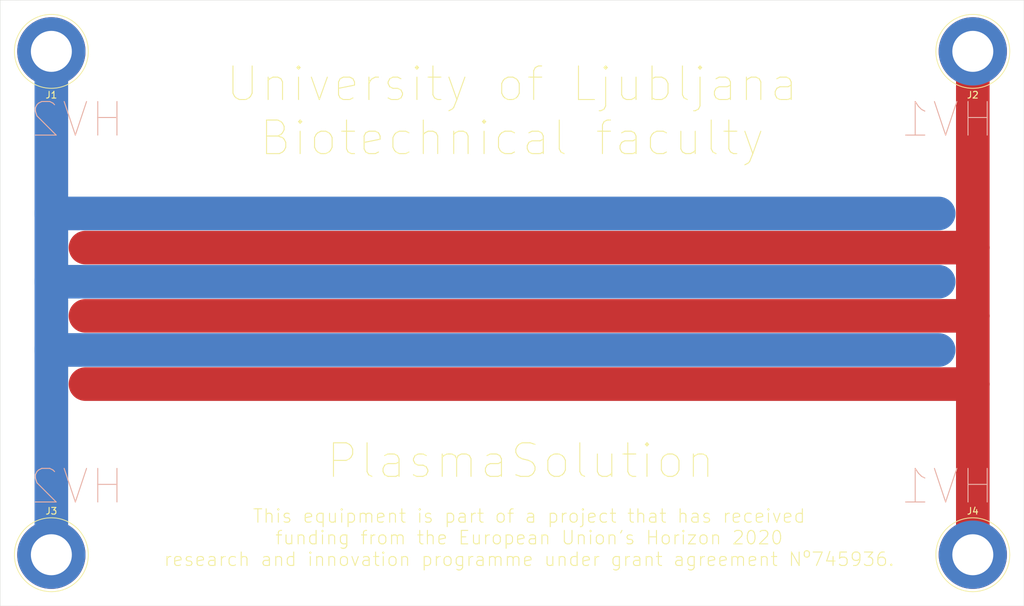
<source format=kicad_pcb>
(kicad_pcb (version 20171130) (host pcbnew "(5.1.2)-1")

  (general
    (thickness 1.6)
    (drawings 13)
    (tracks 14)
    (zones 0)
    (modules 4)
    (nets 3)
  )

  (page A4)
  (layers
    (0 F.Cu signal)
    (31 B.Cu signal)
    (32 B.Adhes user)
    (33 F.Adhes user)
    (34 B.Paste user)
    (35 F.Paste user)
    (36 B.SilkS user)
    (37 F.SilkS user)
    (38 B.Mask user)
    (39 F.Mask user)
    (40 Dwgs.User user)
    (41 Cmts.User user)
    (42 Eco1.User user)
    (43 Eco2.User user)
    (44 Edge.Cuts user)
    (45 Margin user)
    (46 B.CrtYd user)
    (47 F.CrtYd user)
    (48 B.Fab user)
    (49 F.Fab user)
  )

  (setup
    (last_trace_width 0.25)
    (trace_clearance 0.2)
    (zone_clearance 0.508)
    (zone_45_only no)
    (trace_min 0.2)
    (via_size 0.8)
    (via_drill 0.4)
    (via_min_size 0.4)
    (via_min_drill 0.3)
    (uvia_size 0.3)
    (uvia_drill 0.1)
    (uvias_allowed no)
    (uvia_min_size 0.2)
    (uvia_min_drill 0.1)
    (edge_width 0.05)
    (segment_width 0.2)
    (pcb_text_width 0.3)
    (pcb_text_size 1.5 1.5)
    (mod_edge_width 0.12)
    (mod_text_size 1 1)
    (mod_text_width 0.15)
    (pad_size 1.524 1.524)
    (pad_drill 0.762)
    (pad_to_mask_clearance 0.051)
    (solder_mask_min_width 0.25)
    (aux_axis_origin 0 0)
    (visible_elements 7FFFFFFF)
    (pcbplotparams
      (layerselection 0x010fc_ffffffff)
      (usegerberextensions false)
      (usegerberattributes false)
      (usegerberadvancedattributes false)
      (creategerberjobfile false)
      (excludeedgelayer true)
      (linewidth 0.100000)
      (plotframeref false)
      (viasonmask false)
      (mode 1)
      (useauxorigin false)
      (hpglpennumber 1)
      (hpglpenspeed 20)
      (hpglpendiameter 15.000000)
      (psnegative false)
      (psa4output false)
      (plotreference true)
      (plotvalue true)
      (plotinvisibletext false)
      (padsonsilk false)
      (subtractmaskfromsilk false)
      (outputformat 1)
      (mirror false)
      (drillshape 0)
      (scaleselection 1)
      (outputdirectory "GERBER/"))
  )

  (net 0 "")
  (net 1 "Net-(J1-Pad1)")
  (net 2 "Net-(J2-Pad1)")

  (net_class Default "Dies ist die voreingestellte Netzklasse."
    (clearance 0.2)
    (trace_width 0.25)
    (via_dia 0.8)
    (via_drill 0.4)
    (uvia_dia 0.3)
    (uvia_drill 0.1)
    (add_net "Net-(J1-Pad1)")
    (add_net "Net-(J2-Pad1)")
  )

  (module Connector:Banana_Jack_1Pin (layer F.Cu) (tedit 5A1AB217) (tstamp 5CD15AC7)
    (at 194.31 123.19)
    (descr "Single banana socket, footprint - 6mm drill")
    (tags "banana socket")
    (path /5CD21EED)
    (fp_text reference J4 (at 0 -6.5) (layer F.SilkS)
      (effects (font (size 1 1) (thickness 0.15)))
    )
    (fp_text value Conn_01x01 (at -0.25 6.5) (layer F.Fab)
      (effects (font (size 1 1) (thickness 0.15)))
    )
    (fp_circle (center 0 0) (end 5.5 0) (layer F.SilkS) (width 0.12))
    (fp_circle (center 0 0) (end 4.85 0.05) (layer F.Fab) (width 0.1))
    (fp_circle (center 0 0) (end 2 0) (layer F.Fab) (width 0.1))
    (fp_circle (center 0 0) (end 5.75 0) (layer F.CrtYd) (width 0.05))
    (fp_text user %R (at 0 0) (layer F.Fab)
      (effects (font (size 0.8 0.8) (thickness 0.12)))
    )
    (pad 1 thru_hole circle (at 0 0) (size 10.16 10.16) (drill 6.1) (layers *.Cu *.Mask)
      (net 2 "Net-(J2-Pad1)"))
    (model ${KISYS3DMOD}/Connector.3dshapes/Banana_Jack_1Pin.wrl
      (at (xyz 0 0 0))
      (scale (xyz 2 2 2))
      (rotate (xyz 0 0 0))
    )
  )

  (module Connector:Banana_Jack_1Pin (layer F.Cu) (tedit 5A1AB217) (tstamp 5CD15ABD)
    (at 57.15 123.19)
    (descr "Single banana socket, footprint - 6mm drill")
    (tags "banana socket")
    (path /5CD223F9)
    (fp_text reference J3 (at 0 -6.5) (layer F.SilkS)
      (effects (font (size 1 1) (thickness 0.15)))
    )
    (fp_text value Conn_01x01 (at -0.25 6.5) (layer F.Fab)
      (effects (font (size 1 1) (thickness 0.15)))
    )
    (fp_circle (center 0 0) (end 5.5 0) (layer F.SilkS) (width 0.12))
    (fp_circle (center 0 0) (end 4.85 0.05) (layer F.Fab) (width 0.1))
    (fp_circle (center 0 0) (end 2 0) (layer F.Fab) (width 0.1))
    (fp_circle (center 0 0) (end 5.75 0) (layer F.CrtYd) (width 0.05))
    (fp_text user %R (at 0 0) (layer F.Fab)
      (effects (font (size 0.8 0.8) (thickness 0.12)))
    )
    (pad 1 thru_hole circle (at 0 0) (size 10.16 10.16) (drill 6.1) (layers *.Cu *.Mask)
      (net 1 "Net-(J1-Pad1)"))
    (model ${KISYS3DMOD}/Connector.3dshapes/Banana_Jack_1Pin.wrl
      (at (xyz 0 0 0))
      (scale (xyz 2 2 2))
      (rotate (xyz 0 0 0))
    )
  )

  (module Connector:Banana_Jack_1Pin (layer F.Cu) (tedit 5A1AB217) (tstamp 5CD15AB3)
    (at 194.31 48.26 180)
    (descr "Single banana socket, footprint - 6mm drill")
    (tags "banana socket")
    (path /5CD21EB7)
    (fp_text reference J2 (at 0 -6.5) (layer F.SilkS)
      (effects (font (size 1 1) (thickness 0.15)))
    )
    (fp_text value Conn_01x01 (at -0.25 6.5) (layer F.Fab)
      (effects (font (size 1 1) (thickness 0.15)))
    )
    (fp_circle (center 0 0) (end 5.5 0) (layer F.SilkS) (width 0.12))
    (fp_circle (center 0 0) (end 4.85 0.05) (layer F.Fab) (width 0.1))
    (fp_circle (center 0 0) (end 2 0) (layer F.Fab) (width 0.1))
    (fp_circle (center 0 0) (end 5.75 0) (layer F.CrtYd) (width 0.05))
    (fp_text user %R (at 0 0) (layer F.Fab)
      (effects (font (size 0.8 0.8) (thickness 0.12)))
    )
    (pad 1 thru_hole circle (at 0 0 180) (size 10.16 10.16) (drill 6.1) (layers *.Cu *.Mask)
      (net 2 "Net-(J2-Pad1)"))
    (model ${KISYS3DMOD}/Connector.3dshapes/Banana_Jack_1Pin.wrl
      (at (xyz 0 0 0))
      (scale (xyz 2 2 2))
      (rotate (xyz 0 0 0))
    )
  )

  (module Connector:Banana_Jack_1Pin (layer F.Cu) (tedit 5A1AB217) (tstamp 5CD15AA9)
    (at 57.15 48.26 180)
    (descr "Single banana socket, footprint - 6mm drill")
    (tags "banana socket")
    (path /5CD21D77)
    (fp_text reference J1 (at 0 -6.5) (layer F.SilkS)
      (effects (font (size 1 1) (thickness 0.15)))
    )
    (fp_text value Conn_01x01 (at -0.25 6.5) (layer F.Fab)
      (effects (font (size 1 1) (thickness 0.15)))
    )
    (fp_circle (center 0 0) (end 5.5 0) (layer F.SilkS) (width 0.12))
    (fp_circle (center 0 0) (end 4.85 0.05) (layer F.Fab) (width 0.1))
    (fp_circle (center 0 0) (end 2 0) (layer F.Fab) (width 0.1))
    (fp_circle (center 0 0) (end 5.75 0) (layer F.CrtYd) (width 0.05))
    (fp_text user %R (at 0 0) (layer F.Fab)
      (effects (font (size 0.8 0.8) (thickness 0.12)))
    )
    (pad 1 thru_hole circle (at 0 0 180) (size 10.16 10.16) (drill 6.1) (layers *.Cu *.Mask)
      (net 1 "Net-(J1-Pad1)"))
    (model ${KISYS3DMOD}/Connector.3dshapes/Banana_Jack_1Pin.wrl
      (at (xyz 0 0 0))
      (scale (xyz 2 2 2))
      (rotate (xyz 0 0 0))
    )
  )

  (gr_text HV1 (at 190.5 58.42) (layer B.SilkS) (tstamp 5CD15C6E)
    (effects (font (size 5 5) (thickness 0.15)) (justify mirror))
  )
  (gr_text HV1 (at 190.5 113.03) (layer B.SilkS) (tstamp 5CD15C63)
    (effects (font (size 5 5) (thickness 0.15)) (justify mirror))
  )
  (gr_text HV2 (at 60.96 58.42) (layer B.SilkS) (tstamp 5CD15C5F)
    (effects (font (size 5 5) (thickness 0.15)) (justify mirror))
  )
  (gr_text HV2 (at 60.96 113.03) (layer B.SilkS)
    (effects (font (size 5 5) (thickness 0.15)) (justify mirror))
  )
  (gr_text PlasmaSolution (at 127 109.22) (layer F.SilkS)
    (effects (font (size 5 5) (thickness 0.15)))
  )
  (gr_text "This equipment is part of a project that has received\nfunding from the European Union's Horizon 2020\nresearch and innovation programme under grant agreement Nº745936." (at 128.27 120.65) (layer F.SilkS)
    (effects (font (size 2 2) (thickness 0.15)))
  )
  (gr_text "University of Ljubljana\nBiotechnical faculty" (at 125.73 57.15) (layer F.SilkS)
    (effects (font (size 5 5) (thickness 0.15)))
  )
  (gr_line (start 52.07 40.64) (end 49.53 40.64) (layer Edge.Cuts) (width 0.05) (tstamp 5CD15C09))
  (gr_line (start 49.53 130.81) (end 52.07 130.81) (layer Edge.Cuts) (width 0.05) (tstamp 5CD15C08))
  (gr_line (start 49.53 40.64) (end 49.53 130.81) (layer Edge.Cuts) (width 0.05))
  (gr_line (start 201.93 40.64) (end 201.93 130.81) (layer Edge.Cuts) (width 0.05) (tstamp 5CD15BB6))
  (gr_line (start 201.93 40.64) (end 52.07 40.64) (layer Edge.Cuts) (width 0.05))
  (gr_line (start 52.07 130.81) (end 201.93 130.81) (layer Edge.Cuts) (width 0.05))

  (segment (start 57.15 72.39) (end 189.23 72.39) (width 5) (layer B.Cu) (net 1))
  (segment (start 57.15 48.26) (end 57.15 72.39) (width 5) (layer B.Cu) (net 1))
  (segment (start 57.15 82.55) (end 189.23 82.55) (width 5) (layer B.Cu) (net 1))
  (segment (start 57.15 72.39) (end 57.15 82.55) (width 5) (layer B.Cu) (net 1))
  (segment (start 57.15 92.71) (end 189.23 92.71) (width 5) (layer B.Cu) (net 1))
  (segment (start 57.15 92.71) (end 57.15 123.19) (width 5) (layer B.Cu) (net 1))
  (segment (start 57.15 82.55) (end 57.15 92.71) (width 5) (layer B.Cu) (net 1))
  (segment (start 194.31 77.47) (end 62.23 77.47) (width 5) (layer F.Cu) (net 2))
  (segment (start 194.31 48.26) (end 194.31 77.47) (width 5) (layer F.Cu) (net 2))
  (segment (start 194.31 87.63) (end 62.23 87.63) (width 5) (layer F.Cu) (net 2))
  (segment (start 194.31 77.47) (end 194.31 87.63) (width 5) (layer F.Cu) (net 2))
  (segment (start 194.31 97.79) (end 62.23 97.79) (width 5) (layer F.Cu) (net 2))
  (segment (start 194.31 97.79) (end 194.31 123.19) (width 5) (layer F.Cu) (net 2))
  (segment (start 194.31 87.63) (end 194.31 97.79) (width 5) (layer F.Cu) (net 2))

)

</source>
